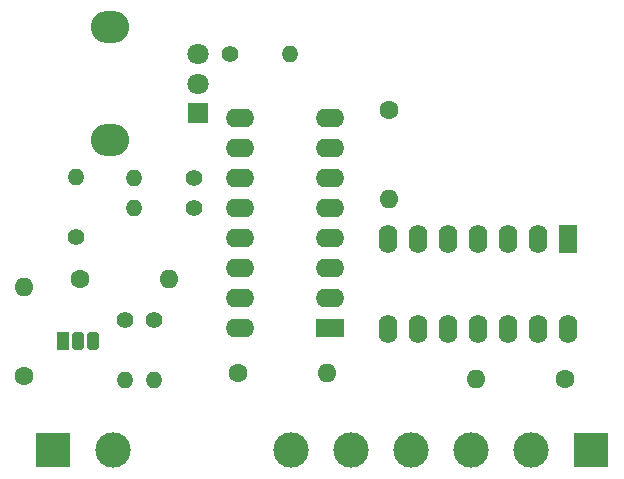
<source format=gts>
%TF.GenerationSoftware,KiCad,Pcbnew,9.0.5-9.0.5~ubuntu25.04.1*%
%TF.CreationDate,2025-11-06T11:13:41-06:00*%
%TF.ProjectId,Signal_Board,5369676e-616c-45f4-926f-6172642e6b69,rev?*%
%TF.SameCoordinates,Original*%
%TF.FileFunction,Soldermask,Top*%
%TF.FilePolarity,Negative*%
%FSLAX46Y46*%
G04 Gerber Fmt 4.6, Leading zero omitted, Abs format (unit mm)*
G04 Created by KiCad (PCBNEW 9.0.5-9.0.5~ubuntu25.04.1) date 2025-11-06 11:13:41*
%MOMM*%
%LPD*%
G01*
G04 APERTURE LIST*
G04 Aperture macros list*
%AMRoundRect*
0 Rectangle with rounded corners*
0 $1 Rounding radius*
0 $2 $3 $4 $5 $6 $7 $8 $9 X,Y pos of 4 corners*
0 Add a 4 corners polygon primitive as box body*
4,1,4,$2,$3,$4,$5,$6,$7,$8,$9,$2,$3,0*
0 Add four circle primitives for the rounded corners*
1,1,$1+$1,$2,$3*
1,1,$1+$1,$4,$5*
1,1,$1+$1,$6,$7*
1,1,$1+$1,$8,$9*
0 Add four rect primitives between the rounded corners*
20,1,$1+$1,$2,$3,$4,$5,0*
20,1,$1+$1,$4,$5,$6,$7,0*
20,1,$1+$1,$6,$7,$8,$9,0*
20,1,$1+$1,$8,$9,$2,$3,0*%
G04 Aperture macros list end*
%ADD10C,1.600000*%
%ADD11O,1.600000X1.600000*%
%ADD12R,1.600000X2.400000*%
%ADD13O,1.600000X2.400000*%
%ADD14R,3.000000X3.000000*%
%ADD15C,3.000000*%
%ADD16RoundRect,0.262500X-0.262500X-0.487500X0.262500X-0.487500X0.262500X0.487500X-0.262500X0.487500X0*%
%ADD17R,1.050000X1.500000*%
%ADD18C,1.400000*%
%ADD19O,1.400000X1.400000*%
%ADD20R,2.400000X1.600000*%
%ADD21O,2.400000X1.600000*%
%ADD22O,3.240000X2.720000*%
%ADD23R,1.800000X1.800000*%
%ADD24C,1.800000*%
G04 APERTURE END LIST*
D10*
%TO.C,C5*%
X156250000Y-74500000D03*
D11*
X148750000Y-74500000D03*
%TD*%
D12*
%TO.C,U1*%
X156540000Y-62675000D03*
D13*
X154000000Y-62675000D03*
X151460000Y-62675000D03*
X148920000Y-62675000D03*
X146380000Y-62675000D03*
X143840000Y-62675000D03*
X141300000Y-62675000D03*
X141300000Y-70295000D03*
X143840000Y-70295000D03*
X146380000Y-70295000D03*
X148920000Y-70295000D03*
X151460000Y-70295000D03*
X154000000Y-70295000D03*
X156540000Y-70295000D03*
%TD*%
D14*
%TO.C,J2*%
X158500000Y-80500000D03*
D15*
X153420000Y-80500000D03*
X148340000Y-80500000D03*
X143260000Y-80500000D03*
X138180000Y-80500000D03*
X133100000Y-80500000D03*
%TD*%
D16*
%TO.C,U2*%
X116290000Y-71250000D03*
D17*
X113750000Y-71250000D03*
D16*
X115020000Y-71250000D03*
%TD*%
D10*
%TO.C,C3*%
X115250000Y-66000000D03*
D11*
X122750000Y-66000000D03*
%TD*%
D10*
%TO.C,C1*%
X141360000Y-51750000D03*
D11*
X141360000Y-59250000D03*
%TD*%
D18*
%TO.C,R6*%
X119000000Y-69510000D03*
D19*
X119000000Y-74590000D03*
%TD*%
D18*
%TO.C,R4*%
X114860000Y-62500000D03*
D19*
X114860000Y-57420000D03*
%TD*%
D18*
%TO.C,R2*%
X124850000Y-60000000D03*
D19*
X119770000Y-60000000D03*
%TD*%
D20*
%TO.C,U3*%
X136360000Y-70200000D03*
D21*
X136360000Y-67660000D03*
X136360000Y-65120000D03*
X136360000Y-62580000D03*
X136360000Y-60040000D03*
X136360000Y-57500000D03*
X136360000Y-54960000D03*
X136360000Y-52420000D03*
X128740000Y-52420000D03*
X128740000Y-54960000D03*
X128740000Y-57500000D03*
X128740000Y-60040000D03*
X128740000Y-62580000D03*
X128740000Y-65120000D03*
X128740000Y-67660000D03*
X128740000Y-70200000D03*
%TD*%
D18*
%TO.C,R1*%
X124860000Y-57500000D03*
D19*
X119780000Y-57500000D03*
%TD*%
D18*
%TO.C,R5*%
X121500000Y-69510000D03*
D19*
X121500000Y-74590000D03*
%TD*%
D10*
%TO.C,C2*%
X110500000Y-74250000D03*
D11*
X110500000Y-66750000D03*
%TD*%
D10*
%TO.C,C4*%
X128610000Y-74000000D03*
D11*
X136110000Y-74000000D03*
%TD*%
D22*
%TO.C,RV1*%
X117725000Y-54300000D03*
X117725000Y-44700000D03*
D23*
X125225000Y-52000000D03*
D24*
X125225000Y-49500000D03*
X125225000Y-47000000D03*
%TD*%
D18*
%TO.C,R3*%
X127920000Y-47000000D03*
D19*
X133000000Y-47000000D03*
%TD*%
D14*
%TO.C,J1*%
X112960000Y-80500000D03*
D15*
X118040000Y-80500000D03*
%TD*%
M02*

</source>
